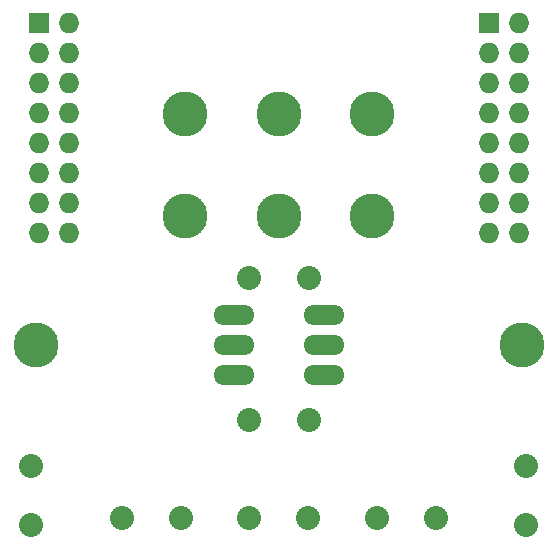
<source format=gts>
%FSLAX34Y34*%
G04 Gerber Fmt 3.4, Leading zero omitted, Abs format*
G04 (created by PCBNEW (2014-jan-25)-product) date Sat 05 Jul 2014 12:29:26 AM PDT*
%MOIN*%
G01*
G70*
G90*
G04 APERTURE LIST*
%ADD10C,0.003937*%
%ADD11R,0.068000X0.068000*%
%ADD12O,0.068000X0.068000*%
%ADD13C,0.080000*%
%ADD14O,0.137800X0.066900*%
%ADD15C,0.149600*%
%ADD16C,0.150000*%
G04 APERTURE END LIST*
G54D10*
G54D11*
X32000Y-41500D03*
G54D12*
X33000Y-41500D03*
X32000Y-42500D03*
X33000Y-42500D03*
X32000Y-43500D03*
X33000Y-43500D03*
X32000Y-44500D03*
X33000Y-44500D03*
X32000Y-45500D03*
X33000Y-45500D03*
X32000Y-46500D03*
X33000Y-46500D03*
X32000Y-47500D03*
X33000Y-47500D03*
X32000Y-48500D03*
X33000Y-48500D03*
G54D11*
X47000Y-41500D03*
G54D12*
X48000Y-41500D03*
X47000Y-42500D03*
X48000Y-42500D03*
X47000Y-43500D03*
X48000Y-43500D03*
X47000Y-44500D03*
X48000Y-44500D03*
X47000Y-45500D03*
X48000Y-45500D03*
X47000Y-46500D03*
X48000Y-46500D03*
X47000Y-47500D03*
X48000Y-47500D03*
X47000Y-48500D03*
X48000Y-48500D03*
G54D13*
X48250Y-58234D03*
X48250Y-56265D03*
X34765Y-58000D03*
X36734Y-58000D03*
X31750Y-56265D03*
X31750Y-58234D03*
G54D14*
X41500Y-52250D03*
X41500Y-51250D03*
X41500Y-53250D03*
G54D15*
X48100Y-52250D03*
G54D14*
X38500Y-52250D03*
X38500Y-53250D03*
X38500Y-51250D03*
G54D15*
X31900Y-52250D03*
G54D13*
X41005Y-54750D03*
X38995Y-54750D03*
X41005Y-50000D03*
X38995Y-50000D03*
G54D16*
X40000Y-47950D03*
X40000Y-44550D03*
X43120Y-47950D03*
X36880Y-44550D03*
X43120Y-44550D03*
X36880Y-47950D03*
G54D13*
X39015Y-58000D03*
X40984Y-58000D03*
X43265Y-58000D03*
X45234Y-58000D03*
M02*

</source>
